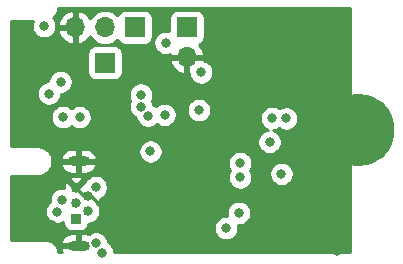
<source format=gbr>
G04 #@! TF.GenerationSoftware,KiCad,Pcbnew,5.1.4-3.fc30*
G04 #@! TF.CreationDate,2019-12-05T18:34:15-05:00*
G04 #@! TF.ProjectId,librem5-m2-breakout,6c696272-656d-4352-9d6d-322d62726561,v0.5.0*
G04 #@! TF.SameCoordinates,Original*
G04 #@! TF.FileFunction,Copper,L2,Inr*
G04 #@! TF.FilePolarity,Positive*
%FSLAX46Y46*%
G04 Gerber Fmt 4.6, Leading zero omitted, Abs format (unit mm)*
G04 Created by KiCad (PCBNEW 5.1.4-3.fc30) date 2019-12-05 18:34:15*
%MOMM*%
%LPD*%
G04 APERTURE LIST*
%ADD10R,1.700000X1.700000*%
%ADD11O,1.700000X1.700000*%
%ADD12C,6.150000*%
%ADD13R,0.840000X0.840000*%
%ADD14C,0.840000*%
%ADD15O,1.850000X0.850000*%
%ADD16C,0.800000*%
%ADD17C,0.250000*%
%ADD18C,0.254000*%
G04 APERTURE END LIST*
D10*
X130000000Y-86300000D03*
D11*
X127460000Y-86300000D03*
X124920000Y-86300000D03*
D10*
X127460000Y-89300000D03*
D12*
X148850000Y-95000000D03*
D11*
X134400000Y-88840000D03*
D10*
X134400000Y-86300000D03*
D13*
X125000000Y-102500000D03*
D14*
X126000000Y-101850000D03*
X125000000Y-101200000D03*
X126000000Y-100550000D03*
X125000000Y-99900000D03*
D15*
X125220000Y-104775000D03*
X125220000Y-97625000D03*
D16*
X122300000Y-86200000D03*
X138900000Y-99000000D03*
X131300000Y-96800000D03*
X127200000Y-105400000D03*
X137724990Y-103289853D03*
X144400000Y-91100000D03*
X147100000Y-105200000D03*
X139900000Y-104200000D03*
X142400000Y-101300000D03*
X125300000Y-92000000D03*
X130400000Y-104875000D03*
X143200000Y-89600000D03*
X123000000Y-103000016D03*
X122000000Y-93900000D03*
X131300000Y-102250000D03*
X138800000Y-102000000D03*
X123400000Y-101900000D03*
X138900000Y-97800000D03*
X123799996Y-100900000D03*
X135600000Y-90100000D03*
X142400000Y-98700000D03*
X141400000Y-96000000D03*
X132600000Y-87600000D03*
X135400000Y-93300000D03*
X126696500Y-104594400D03*
X126674979Y-99825000D03*
X131100000Y-93774980D03*
X132500000Y-93700000D03*
X123900000Y-93900016D03*
X125300000Y-93900000D03*
X123700000Y-90900000D03*
X122700004Y-91900000D03*
X141600000Y-93975000D03*
X142800000Y-94000000D03*
X130500008Y-93000000D03*
X130500000Y-91999998D03*
D17*
X125650000Y-100550000D02*
X125000000Y-99900000D01*
X126000000Y-100550000D02*
X125650000Y-100550000D01*
X127950000Y-102250000D02*
X131300000Y-102250000D01*
X126000000Y-100550000D02*
X126250000Y-100550000D01*
X126250000Y-100550000D02*
X127950000Y-102250000D01*
D18*
G36*
X148190000Y-105340000D02*
G01*
X128235000Y-105340000D01*
X128235000Y-105298061D01*
X128195226Y-105098102D01*
X128117205Y-104909744D01*
X128003937Y-104740226D01*
X127859774Y-104596063D01*
X127731500Y-104510353D01*
X127731500Y-104492461D01*
X127691726Y-104292502D01*
X127613705Y-104104144D01*
X127500437Y-103934626D01*
X127356274Y-103790463D01*
X127186756Y-103677195D01*
X126998398Y-103599174D01*
X126798439Y-103559400D01*
X126594561Y-103559400D01*
X126394602Y-103599174D01*
X126206244Y-103677195D01*
X126069909Y-103768291D01*
X126051355Y-103760144D01*
X125847000Y-103715000D01*
X125347000Y-103715000D01*
X125347000Y-104648000D01*
X125367000Y-104648000D01*
X125367000Y-104902000D01*
X125347000Y-104902000D01*
X125347000Y-104922000D01*
X125093000Y-104922000D01*
X125093000Y-104902000D01*
X123827743Y-104902000D01*
X123700460Y-105065062D01*
X123768084Y-105258308D01*
X123820214Y-105340000D01*
X123505057Y-105340000D01*
X123501311Y-105304360D01*
X123500450Y-105295617D01*
X123500362Y-105295325D01*
X123496173Y-105255473D01*
X123484140Y-105196854D01*
X123472936Y-105138116D01*
X123470272Y-105129294D01*
X123441416Y-105036075D01*
X123418238Y-104980937D01*
X123395825Y-104925463D01*
X123391498Y-104917327D01*
X123345085Y-104831489D01*
X123311645Y-104781913D01*
X123278881Y-104731844D01*
X123273057Y-104724703D01*
X123210855Y-104649514D01*
X123168406Y-104607361D01*
X123126561Y-104564629D01*
X123119460Y-104558755D01*
X123043839Y-104497079D01*
X123025566Y-104484938D01*
X123700460Y-104484938D01*
X123827743Y-104648000D01*
X125093000Y-104648000D01*
X125093000Y-103715000D01*
X124593000Y-103715000D01*
X124388645Y-103760144D01*
X124197023Y-103844288D01*
X124025499Y-103964199D01*
X123880664Y-104115269D01*
X123768084Y-104291692D01*
X123700460Y-104484938D01*
X123025566Y-104484938D01*
X122994034Y-104463988D01*
X122944650Y-104430174D01*
X122936544Y-104425792D01*
X122850383Y-104379980D01*
X122795091Y-104357191D01*
X122740102Y-104333622D01*
X122731299Y-104330897D01*
X122637881Y-104302692D01*
X122579174Y-104291067D01*
X122520684Y-104278635D01*
X122511530Y-104277673D01*
X122511524Y-104277672D01*
X122511519Y-104277672D01*
X122414402Y-104268150D01*
X122382419Y-104265000D01*
X119510000Y-104265000D01*
X119510000Y-101798061D01*
X122365000Y-101798061D01*
X122365000Y-102001939D01*
X122404774Y-102201898D01*
X122482795Y-102390256D01*
X122596063Y-102559774D01*
X122740226Y-102703937D01*
X122909744Y-102817205D01*
X123098102Y-102895226D01*
X123298061Y-102935000D01*
X123501939Y-102935000D01*
X123701898Y-102895226D01*
X123890256Y-102817205D01*
X123941928Y-102782679D01*
X123941928Y-102920000D01*
X123954188Y-103044482D01*
X123990498Y-103164180D01*
X124049463Y-103274494D01*
X124128815Y-103371185D01*
X124225506Y-103450537D01*
X124335820Y-103509502D01*
X124455518Y-103545812D01*
X124580000Y-103558072D01*
X125420000Y-103558072D01*
X125544482Y-103545812D01*
X125664180Y-103509502D01*
X125774494Y-103450537D01*
X125871185Y-103371185D01*
X125950537Y-103274494D01*
X125996815Y-103187914D01*
X136689990Y-103187914D01*
X136689990Y-103391792D01*
X136729764Y-103591751D01*
X136807785Y-103780109D01*
X136921053Y-103949627D01*
X137065216Y-104093790D01*
X137234734Y-104207058D01*
X137423092Y-104285079D01*
X137623051Y-104324853D01*
X137826929Y-104324853D01*
X138026888Y-104285079D01*
X138215246Y-104207058D01*
X138384764Y-104093790D01*
X138528927Y-103949627D01*
X138642195Y-103780109D01*
X138720216Y-103591751D01*
X138759990Y-103391792D01*
X138759990Y-103187914D01*
X138729574Y-103035000D01*
X138901939Y-103035000D01*
X139101898Y-102995226D01*
X139290256Y-102917205D01*
X139459774Y-102803937D01*
X139603937Y-102659774D01*
X139717205Y-102490256D01*
X139795226Y-102301898D01*
X139835000Y-102101939D01*
X139835000Y-101898061D01*
X139795226Y-101698102D01*
X139717205Y-101509744D01*
X139603937Y-101340226D01*
X139459774Y-101196063D01*
X139290256Y-101082795D01*
X139101898Y-101004774D01*
X138901939Y-100965000D01*
X138698061Y-100965000D01*
X138498102Y-101004774D01*
X138309744Y-101082795D01*
X138140226Y-101196063D01*
X137996063Y-101340226D01*
X137882795Y-101509744D01*
X137804774Y-101698102D01*
X137765000Y-101898061D01*
X137765000Y-102101939D01*
X137795416Y-102254853D01*
X137623051Y-102254853D01*
X137423092Y-102294627D01*
X137234734Y-102372648D01*
X137065216Y-102485916D01*
X136921053Y-102630079D01*
X136807785Y-102799597D01*
X136729764Y-102987955D01*
X136689990Y-103187914D01*
X125996815Y-103187914D01*
X126009502Y-103164180D01*
X126045812Y-103044482D01*
X126058072Y-102920000D01*
X126058072Y-102905000D01*
X126103908Y-102905000D01*
X126307732Y-102864457D01*
X126499730Y-102784929D01*
X126672523Y-102669472D01*
X126819472Y-102522523D01*
X126934929Y-102349730D01*
X127014457Y-102157732D01*
X127055000Y-101953908D01*
X127055000Y-101746092D01*
X127014457Y-101542268D01*
X126934929Y-101350270D01*
X126819472Y-101177477D01*
X126731828Y-101089833D01*
X126926115Y-101065881D01*
X127008963Y-100875292D01*
X127025263Y-100800184D01*
X127165235Y-100742205D01*
X127334753Y-100628937D01*
X127478916Y-100484774D01*
X127592184Y-100315256D01*
X127670205Y-100126898D01*
X127709979Y-99926939D01*
X127709979Y-99723061D01*
X127670205Y-99523102D01*
X127592184Y-99334744D01*
X127478916Y-99165226D01*
X127334753Y-99021063D01*
X127165235Y-98907795D01*
X126976877Y-98829774D01*
X126776918Y-98790000D01*
X126573040Y-98790000D01*
X126373081Y-98829774D01*
X126184723Y-98907795D01*
X126015205Y-99021063D01*
X125871042Y-99165226D01*
X125757774Y-99334744D01*
X125746494Y-99361975D01*
X125720798Y-99358807D01*
X125179605Y-99900000D01*
X125193748Y-99914143D01*
X125014143Y-100093748D01*
X125000000Y-100079605D01*
X124985858Y-100093748D01*
X124806253Y-99914143D01*
X124820395Y-99900000D01*
X124279202Y-99358807D01*
X124073885Y-99384119D01*
X123991037Y-99574708D01*
X123946962Y-99777796D01*
X123945298Y-99873625D01*
X123901935Y-99865000D01*
X123698057Y-99865000D01*
X123498098Y-99904774D01*
X123309740Y-99982795D01*
X123140222Y-100096063D01*
X122996059Y-100240226D01*
X122882791Y-100409744D01*
X122804770Y-100598102D01*
X122764996Y-100798061D01*
X122764996Y-101001939D01*
X122778616Y-101070412D01*
X122740226Y-101096063D01*
X122596063Y-101240226D01*
X122482795Y-101409744D01*
X122404774Y-101598102D01*
X122365000Y-101798061D01*
X119510000Y-101798061D01*
X119510000Y-99179202D01*
X124458807Y-99179202D01*
X125000000Y-99720395D01*
X125541193Y-99179202D01*
X125515881Y-98973885D01*
X125325292Y-98891037D01*
X125122204Y-98846962D01*
X124914418Y-98843355D01*
X124709921Y-98880354D01*
X124516572Y-98956538D01*
X124484119Y-98973885D01*
X124458807Y-99179202D01*
X119510000Y-99179202D01*
X119510000Y-98885000D01*
X121782419Y-98885000D01*
X121814991Y-98881792D01*
X121822782Y-98881792D01*
X121831947Y-98880829D01*
X121948317Y-98867776D01*
X122006834Y-98855337D01*
X122065512Y-98843719D01*
X122074315Y-98840994D01*
X122185933Y-98805586D01*
X122240904Y-98782024D01*
X122296216Y-98759227D01*
X122304322Y-98754844D01*
X122406937Y-98698431D01*
X122456298Y-98664632D01*
X122506118Y-98631533D01*
X122513218Y-98625659D01*
X122602922Y-98550389D01*
X122644767Y-98507659D01*
X122687223Y-98465498D01*
X122693047Y-98458357D01*
X122766422Y-98367097D01*
X122799178Y-98317041D01*
X122832629Y-98267447D01*
X122836955Y-98259310D01*
X122891206Y-98155536D01*
X122913608Y-98100087D01*
X122936794Y-98044931D01*
X122939457Y-98036109D01*
X122972519Y-97923775D01*
X122974181Y-97915062D01*
X123700460Y-97915062D01*
X123768084Y-98108308D01*
X123880664Y-98284731D01*
X124025499Y-98435801D01*
X124197023Y-98555712D01*
X124388645Y-98639856D01*
X124593000Y-98685000D01*
X125093000Y-98685000D01*
X125093000Y-97752000D01*
X125347000Y-97752000D01*
X125347000Y-98685000D01*
X125847000Y-98685000D01*
X126051355Y-98639856D01*
X126242977Y-98555712D01*
X126414501Y-98435801D01*
X126559336Y-98284731D01*
X126671916Y-98108308D01*
X126739540Y-97915062D01*
X126612257Y-97752000D01*
X125347000Y-97752000D01*
X125093000Y-97752000D01*
X123827743Y-97752000D01*
X123700460Y-97915062D01*
X122974181Y-97915062D01*
X122983724Y-97865034D01*
X122995757Y-97806417D01*
X122996656Y-97797246D01*
X123007269Y-97680628D01*
X123006851Y-97620811D01*
X123007269Y-97560994D01*
X123006370Y-97551823D01*
X122994130Y-97435365D01*
X122982098Y-97376753D01*
X122974123Y-97334938D01*
X123700460Y-97334938D01*
X123827743Y-97498000D01*
X125093000Y-97498000D01*
X125093000Y-96565000D01*
X125347000Y-96565000D01*
X125347000Y-97498000D01*
X126612257Y-97498000D01*
X126739540Y-97334938D01*
X126671916Y-97141692D01*
X126559336Y-96965269D01*
X126414501Y-96814199D01*
X126248375Y-96698061D01*
X130265000Y-96698061D01*
X130265000Y-96901939D01*
X130304774Y-97101898D01*
X130382795Y-97290256D01*
X130496063Y-97459774D01*
X130640226Y-97603937D01*
X130809744Y-97717205D01*
X130998102Y-97795226D01*
X131198061Y-97835000D01*
X131401939Y-97835000D01*
X131601898Y-97795226D01*
X131790256Y-97717205D01*
X131818907Y-97698061D01*
X137865000Y-97698061D01*
X137865000Y-97901939D01*
X137904774Y-98101898D01*
X137982795Y-98290256D01*
X138056123Y-98400000D01*
X137982795Y-98509744D01*
X137904774Y-98698102D01*
X137865000Y-98898061D01*
X137865000Y-99101939D01*
X137904774Y-99301898D01*
X137982795Y-99490256D01*
X138096063Y-99659774D01*
X138240226Y-99803937D01*
X138409744Y-99917205D01*
X138598102Y-99995226D01*
X138798061Y-100035000D01*
X139001939Y-100035000D01*
X139201898Y-99995226D01*
X139390256Y-99917205D01*
X139559774Y-99803937D01*
X139703937Y-99659774D01*
X139817205Y-99490256D01*
X139895226Y-99301898D01*
X139935000Y-99101939D01*
X139935000Y-98898061D01*
X139895226Y-98698102D01*
X139853788Y-98598061D01*
X141365000Y-98598061D01*
X141365000Y-98801939D01*
X141404774Y-99001898D01*
X141482795Y-99190256D01*
X141596063Y-99359774D01*
X141740226Y-99503937D01*
X141909744Y-99617205D01*
X142098102Y-99695226D01*
X142298061Y-99735000D01*
X142501939Y-99735000D01*
X142701898Y-99695226D01*
X142890256Y-99617205D01*
X143059774Y-99503937D01*
X143203937Y-99359774D01*
X143317205Y-99190256D01*
X143395226Y-99001898D01*
X143435000Y-98801939D01*
X143435000Y-98598061D01*
X143395226Y-98398102D01*
X143317205Y-98209744D01*
X143203937Y-98040226D01*
X143059774Y-97896063D01*
X142890256Y-97782795D01*
X142701898Y-97704774D01*
X142501939Y-97665000D01*
X142298061Y-97665000D01*
X142098102Y-97704774D01*
X141909744Y-97782795D01*
X141740226Y-97896063D01*
X141596063Y-98040226D01*
X141482795Y-98209744D01*
X141404774Y-98398102D01*
X141365000Y-98598061D01*
X139853788Y-98598061D01*
X139817205Y-98509744D01*
X139743877Y-98400000D01*
X139817205Y-98290256D01*
X139895226Y-98101898D01*
X139935000Y-97901939D01*
X139935000Y-97698061D01*
X139895226Y-97498102D01*
X139817205Y-97309744D01*
X139703937Y-97140226D01*
X139559774Y-96996063D01*
X139390256Y-96882795D01*
X139201898Y-96804774D01*
X139001939Y-96765000D01*
X138798061Y-96765000D01*
X138598102Y-96804774D01*
X138409744Y-96882795D01*
X138240226Y-96996063D01*
X138096063Y-97140226D01*
X137982795Y-97309744D01*
X137904774Y-97498102D01*
X137865000Y-97698061D01*
X131818907Y-97698061D01*
X131959774Y-97603937D01*
X132103937Y-97459774D01*
X132217205Y-97290256D01*
X132295226Y-97101898D01*
X132335000Y-96901939D01*
X132335000Y-96698061D01*
X132295226Y-96498102D01*
X132217205Y-96309744D01*
X132103937Y-96140226D01*
X131959774Y-95996063D01*
X131813104Y-95898061D01*
X140365000Y-95898061D01*
X140365000Y-96101939D01*
X140404774Y-96301898D01*
X140482795Y-96490256D01*
X140596063Y-96659774D01*
X140740226Y-96803937D01*
X140909744Y-96917205D01*
X141098102Y-96995226D01*
X141298061Y-97035000D01*
X141501939Y-97035000D01*
X141701898Y-96995226D01*
X141890256Y-96917205D01*
X142059774Y-96803937D01*
X142203937Y-96659774D01*
X142317205Y-96490256D01*
X142395226Y-96301898D01*
X142435000Y-96101939D01*
X142435000Y-95898061D01*
X142395226Y-95698102D01*
X142317205Y-95509744D01*
X142203937Y-95340226D01*
X142059774Y-95196063D01*
X141890256Y-95082795D01*
X141710435Y-95008310D01*
X141901898Y-94970226D01*
X142090256Y-94892205D01*
X142181292Y-94831377D01*
X142309744Y-94917205D01*
X142498102Y-94995226D01*
X142698061Y-95035000D01*
X142901939Y-95035000D01*
X143101898Y-94995226D01*
X143290256Y-94917205D01*
X143459774Y-94803937D01*
X143603937Y-94659774D01*
X143717205Y-94490256D01*
X143795226Y-94301898D01*
X143835000Y-94101939D01*
X143835000Y-93898061D01*
X143795226Y-93698102D01*
X143717205Y-93509744D01*
X143603937Y-93340226D01*
X143459774Y-93196063D01*
X143290256Y-93082795D01*
X143101898Y-93004774D01*
X142901939Y-92965000D01*
X142698061Y-92965000D01*
X142498102Y-93004774D01*
X142309744Y-93082795D01*
X142218708Y-93143623D01*
X142090256Y-93057795D01*
X141901898Y-92979774D01*
X141701939Y-92940000D01*
X141498061Y-92940000D01*
X141298102Y-92979774D01*
X141109744Y-93057795D01*
X140940226Y-93171063D01*
X140796063Y-93315226D01*
X140682795Y-93484744D01*
X140604774Y-93673102D01*
X140565000Y-93873061D01*
X140565000Y-94076939D01*
X140604774Y-94276898D01*
X140682795Y-94465256D01*
X140796063Y-94634774D01*
X140940226Y-94778937D01*
X141109744Y-94892205D01*
X141289565Y-94966690D01*
X141098102Y-95004774D01*
X140909744Y-95082795D01*
X140740226Y-95196063D01*
X140596063Y-95340226D01*
X140482795Y-95509744D01*
X140404774Y-95698102D01*
X140365000Y-95898061D01*
X131813104Y-95898061D01*
X131790256Y-95882795D01*
X131601898Y-95804774D01*
X131401939Y-95765000D01*
X131198061Y-95765000D01*
X130998102Y-95804774D01*
X130809744Y-95882795D01*
X130640226Y-95996063D01*
X130496063Y-96140226D01*
X130382795Y-96309744D01*
X130304774Y-96498102D01*
X130265000Y-96698061D01*
X126248375Y-96698061D01*
X126242977Y-96694288D01*
X126051355Y-96610144D01*
X125847000Y-96565000D01*
X125347000Y-96565000D01*
X125093000Y-96565000D01*
X124593000Y-96565000D01*
X124388645Y-96610144D01*
X124197023Y-96694288D01*
X124025499Y-96814199D01*
X123880664Y-96965269D01*
X123768084Y-97141692D01*
X123700460Y-97334938D01*
X122974123Y-97334938D01*
X122970893Y-97318008D01*
X122968229Y-97309186D01*
X122933602Y-97197324D01*
X122910416Y-97142168D01*
X122888014Y-97086719D01*
X122883688Y-97078582D01*
X122827993Y-96975575D01*
X122794557Y-96926005D01*
X122761785Y-96875923D01*
X122755960Y-96868782D01*
X122681318Y-96778556D01*
X122638884Y-96736418D01*
X122597022Y-96693669D01*
X122589921Y-96687796D01*
X122589918Y-96687793D01*
X122589914Y-96687791D01*
X122499176Y-96613785D01*
X122449376Y-96580698D01*
X122399993Y-96546884D01*
X122391891Y-96542505D01*
X122391887Y-96542502D01*
X122391883Y-96542500D01*
X122288493Y-96487527D01*
X122233234Y-96464751D01*
X122178205Y-96441165D01*
X122169402Y-96438441D01*
X122057301Y-96404596D01*
X121998628Y-96392979D01*
X121940111Y-96380540D01*
X121930946Y-96379577D01*
X121814405Y-96368150D01*
X121814402Y-96368150D01*
X121782419Y-96365000D01*
X119510000Y-96365000D01*
X119510000Y-93798077D01*
X122865000Y-93798077D01*
X122865000Y-94001955D01*
X122904774Y-94201914D01*
X122982795Y-94390272D01*
X123096063Y-94559790D01*
X123240226Y-94703953D01*
X123409744Y-94817221D01*
X123598102Y-94895242D01*
X123798061Y-94935016D01*
X124001939Y-94935016D01*
X124201898Y-94895242D01*
X124390256Y-94817221D01*
X124559774Y-94703953D01*
X124600008Y-94663719D01*
X124640226Y-94703937D01*
X124809744Y-94817205D01*
X124998102Y-94895226D01*
X125198061Y-94935000D01*
X125401939Y-94935000D01*
X125601898Y-94895226D01*
X125790256Y-94817205D01*
X125959774Y-94703937D01*
X126103937Y-94559774D01*
X126217205Y-94390256D01*
X126295226Y-94201898D01*
X126335000Y-94001939D01*
X126335000Y-93798061D01*
X126295226Y-93598102D01*
X126217205Y-93409744D01*
X126103937Y-93240226D01*
X125959774Y-93096063D01*
X125790256Y-92982795D01*
X125601898Y-92904774D01*
X125401939Y-92865000D01*
X125198061Y-92865000D01*
X124998102Y-92904774D01*
X124809744Y-92982795D01*
X124640226Y-93096063D01*
X124599992Y-93136297D01*
X124559774Y-93096079D01*
X124390256Y-92982811D01*
X124201898Y-92904790D01*
X124001939Y-92865016D01*
X123798061Y-92865016D01*
X123598102Y-92904790D01*
X123409744Y-92982811D01*
X123240226Y-93096079D01*
X123096063Y-93240242D01*
X122982795Y-93409760D01*
X122904774Y-93598118D01*
X122865000Y-93798077D01*
X119510000Y-93798077D01*
X119510000Y-91798061D01*
X121665004Y-91798061D01*
X121665004Y-92001939D01*
X121704778Y-92201898D01*
X121782799Y-92390256D01*
X121896067Y-92559774D01*
X122040230Y-92703937D01*
X122209748Y-92817205D01*
X122398106Y-92895226D01*
X122598065Y-92935000D01*
X122801943Y-92935000D01*
X123001902Y-92895226D01*
X123190260Y-92817205D01*
X123359778Y-92703937D01*
X123503941Y-92559774D01*
X123617209Y-92390256D01*
X123695230Y-92201898D01*
X123735004Y-92001939D01*
X123735004Y-91935000D01*
X123801939Y-91935000D01*
X123987655Y-91898059D01*
X129465000Y-91898059D01*
X129465000Y-92101937D01*
X129504774Y-92301896D01*
X129582795Y-92490254D01*
X129589310Y-92500005D01*
X129582803Y-92509744D01*
X129504782Y-92698102D01*
X129465008Y-92898061D01*
X129465008Y-93101939D01*
X129504782Y-93301898D01*
X129582803Y-93490256D01*
X129696071Y-93659774D01*
X129840234Y-93803937D01*
X130009752Y-93917205D01*
X130078694Y-93945762D01*
X130104774Y-94076878D01*
X130182795Y-94265236D01*
X130296063Y-94434754D01*
X130440226Y-94578917D01*
X130609744Y-94692185D01*
X130798102Y-94770206D01*
X130998061Y-94809980D01*
X131201939Y-94809980D01*
X131401898Y-94770206D01*
X131590256Y-94692185D01*
X131759774Y-94578917D01*
X131837490Y-94501201D01*
X131840226Y-94503937D01*
X132009744Y-94617205D01*
X132198102Y-94695226D01*
X132398061Y-94735000D01*
X132601939Y-94735000D01*
X132801898Y-94695226D01*
X132990256Y-94617205D01*
X133159774Y-94503937D01*
X133303937Y-94359774D01*
X133417205Y-94190256D01*
X133495226Y-94001898D01*
X133535000Y-93801939D01*
X133535000Y-93598061D01*
X133495226Y-93398102D01*
X133417205Y-93209744D01*
X133409399Y-93198061D01*
X134365000Y-93198061D01*
X134365000Y-93401939D01*
X134404774Y-93601898D01*
X134482795Y-93790256D01*
X134596063Y-93959774D01*
X134740226Y-94103937D01*
X134909744Y-94217205D01*
X135098102Y-94295226D01*
X135298061Y-94335000D01*
X135501939Y-94335000D01*
X135701898Y-94295226D01*
X135890256Y-94217205D01*
X136059774Y-94103937D01*
X136203937Y-93959774D01*
X136317205Y-93790256D01*
X136395226Y-93601898D01*
X136435000Y-93401939D01*
X136435000Y-93198061D01*
X136395226Y-92998102D01*
X136317205Y-92809744D01*
X136203937Y-92640226D01*
X136059774Y-92496063D01*
X135890256Y-92382795D01*
X135701898Y-92304774D01*
X135501939Y-92265000D01*
X135298061Y-92265000D01*
X135098102Y-92304774D01*
X134909744Y-92382795D01*
X134740226Y-92496063D01*
X134596063Y-92640226D01*
X134482795Y-92809744D01*
X134404774Y-92998102D01*
X134365000Y-93198061D01*
X133409399Y-93198061D01*
X133303937Y-93040226D01*
X133159774Y-92896063D01*
X132990256Y-92782795D01*
X132801898Y-92704774D01*
X132601939Y-92665000D01*
X132398061Y-92665000D01*
X132198102Y-92704774D01*
X132009744Y-92782795D01*
X131840226Y-92896063D01*
X131762510Y-92973779D01*
X131759774Y-92971043D01*
X131590256Y-92857775D01*
X131521314Y-92829218D01*
X131495234Y-92698102D01*
X131417213Y-92509744D01*
X131410698Y-92499993D01*
X131417205Y-92490254D01*
X131495226Y-92301896D01*
X131535000Y-92101937D01*
X131535000Y-91898059D01*
X131495226Y-91698100D01*
X131417205Y-91509742D01*
X131303937Y-91340224D01*
X131159774Y-91196061D01*
X130990256Y-91082793D01*
X130801898Y-91004772D01*
X130601939Y-90964998D01*
X130398061Y-90964998D01*
X130198102Y-91004772D01*
X130009744Y-91082793D01*
X129840226Y-91196061D01*
X129696063Y-91340224D01*
X129582795Y-91509742D01*
X129504774Y-91698100D01*
X129465000Y-91898059D01*
X123987655Y-91898059D01*
X124001898Y-91895226D01*
X124190256Y-91817205D01*
X124359774Y-91703937D01*
X124503937Y-91559774D01*
X124617205Y-91390256D01*
X124695226Y-91201898D01*
X124735000Y-91001939D01*
X124735000Y-90798061D01*
X124695226Y-90598102D01*
X124617205Y-90409744D01*
X124503937Y-90240226D01*
X124359774Y-90096063D01*
X124190256Y-89982795D01*
X124001898Y-89904774D01*
X123801939Y-89865000D01*
X123598061Y-89865000D01*
X123398102Y-89904774D01*
X123209744Y-89982795D01*
X123040226Y-90096063D01*
X122896063Y-90240226D01*
X122782795Y-90409744D01*
X122704774Y-90598102D01*
X122665000Y-90798061D01*
X122665000Y-90865000D01*
X122598065Y-90865000D01*
X122398106Y-90904774D01*
X122209748Y-90982795D01*
X122040230Y-91096063D01*
X121896067Y-91240226D01*
X121782799Y-91409744D01*
X121704778Y-91598102D01*
X121665004Y-91798061D01*
X119510000Y-91798061D01*
X119510000Y-88450000D01*
X125971928Y-88450000D01*
X125971928Y-90150000D01*
X125984188Y-90274482D01*
X126020498Y-90394180D01*
X126079463Y-90504494D01*
X126158815Y-90601185D01*
X126255506Y-90680537D01*
X126365820Y-90739502D01*
X126485518Y-90775812D01*
X126610000Y-90788072D01*
X128310000Y-90788072D01*
X128434482Y-90775812D01*
X128554180Y-90739502D01*
X128664494Y-90680537D01*
X128761185Y-90601185D01*
X128840537Y-90504494D01*
X128899502Y-90394180D01*
X128935812Y-90274482D01*
X128948072Y-90150000D01*
X128948072Y-89196890D01*
X132958524Y-89196890D01*
X133003175Y-89344099D01*
X133128359Y-89606920D01*
X133302412Y-89840269D01*
X133518645Y-90035178D01*
X133768748Y-90184157D01*
X134043109Y-90281481D01*
X134273000Y-90160814D01*
X134273000Y-88967000D01*
X134527000Y-88967000D01*
X134527000Y-90160814D01*
X134565000Y-90180760D01*
X134565000Y-90201939D01*
X134604774Y-90401898D01*
X134682795Y-90590256D01*
X134796063Y-90759774D01*
X134940226Y-90903937D01*
X135109744Y-91017205D01*
X135298102Y-91095226D01*
X135498061Y-91135000D01*
X135701939Y-91135000D01*
X135901898Y-91095226D01*
X136090256Y-91017205D01*
X136259774Y-90903937D01*
X136403937Y-90759774D01*
X136517205Y-90590256D01*
X136595226Y-90401898D01*
X136635000Y-90201939D01*
X136635000Y-89998061D01*
X136595226Y-89798102D01*
X136517205Y-89609744D01*
X136403937Y-89440226D01*
X136259774Y-89296063D01*
X136090256Y-89182795D01*
X135901898Y-89104774D01*
X135780075Y-89080542D01*
X135720155Y-88967000D01*
X134527000Y-88967000D01*
X134273000Y-88967000D01*
X133079845Y-88967000D01*
X132958524Y-89196890D01*
X128948072Y-89196890D01*
X128948072Y-88450000D01*
X128935812Y-88325518D01*
X128899502Y-88205820D01*
X128840537Y-88095506D01*
X128761185Y-87998815D01*
X128664494Y-87919463D01*
X128554180Y-87860498D01*
X128434482Y-87824188D01*
X128310000Y-87811928D01*
X126610000Y-87811928D01*
X126485518Y-87824188D01*
X126365820Y-87860498D01*
X126255506Y-87919463D01*
X126158815Y-87998815D01*
X126079463Y-88095506D01*
X126020498Y-88205820D01*
X125984188Y-88325518D01*
X125971928Y-88450000D01*
X119510000Y-88450000D01*
X119510000Y-85735000D01*
X121372334Y-85735000D01*
X121304774Y-85898102D01*
X121265000Y-86098061D01*
X121265000Y-86301939D01*
X121304774Y-86501898D01*
X121382795Y-86690256D01*
X121496063Y-86859774D01*
X121640226Y-87003937D01*
X121809744Y-87117205D01*
X121998102Y-87195226D01*
X122198061Y-87235000D01*
X122401939Y-87235000D01*
X122601898Y-87195226D01*
X122790256Y-87117205D01*
X122959774Y-87003937D01*
X123103937Y-86859774D01*
X123217205Y-86690256D01*
X123231025Y-86656891D01*
X123478519Y-86656891D01*
X123575843Y-86931252D01*
X123724822Y-87181355D01*
X123919731Y-87397588D01*
X124153080Y-87571641D01*
X124415901Y-87696825D01*
X124563110Y-87741476D01*
X124793000Y-87620155D01*
X124793000Y-86427000D01*
X123599186Y-86427000D01*
X123478519Y-86656891D01*
X123231025Y-86656891D01*
X123295226Y-86501898D01*
X123335000Y-86301939D01*
X123335000Y-86098061D01*
X123304179Y-85943109D01*
X123478519Y-85943109D01*
X123599186Y-86173000D01*
X124793000Y-86173000D01*
X124793000Y-84979845D01*
X125047000Y-84979845D01*
X125047000Y-86173000D01*
X125067000Y-86173000D01*
X125067000Y-86427000D01*
X125047000Y-86427000D01*
X125047000Y-87620155D01*
X125276890Y-87741476D01*
X125424099Y-87696825D01*
X125686920Y-87571641D01*
X125920269Y-87397588D01*
X126115178Y-87181355D01*
X126184799Y-87064477D01*
X126219294Y-87129014D01*
X126404866Y-87355134D01*
X126630986Y-87540706D01*
X126888966Y-87678599D01*
X127168889Y-87763513D01*
X127387050Y-87785000D01*
X127532950Y-87785000D01*
X127751111Y-87763513D01*
X128031034Y-87678599D01*
X128289014Y-87540706D01*
X128515134Y-87355134D01*
X128539607Y-87325313D01*
X128560498Y-87394180D01*
X128619463Y-87504494D01*
X128698815Y-87601185D01*
X128795506Y-87680537D01*
X128905820Y-87739502D01*
X129025518Y-87775812D01*
X129150000Y-87788072D01*
X130850000Y-87788072D01*
X130974482Y-87775812D01*
X131094180Y-87739502D01*
X131204494Y-87680537D01*
X131301185Y-87601185D01*
X131380537Y-87504494D01*
X131383975Y-87498061D01*
X131565000Y-87498061D01*
X131565000Y-87701939D01*
X131604774Y-87901898D01*
X131682795Y-88090256D01*
X131796063Y-88259774D01*
X131940226Y-88403937D01*
X132109744Y-88517205D01*
X132298102Y-88595226D01*
X132498061Y-88635000D01*
X132701939Y-88635000D01*
X132901898Y-88595226D01*
X132996920Y-88555866D01*
X133079845Y-88713000D01*
X134273000Y-88713000D01*
X134273000Y-88693000D01*
X134527000Y-88693000D01*
X134527000Y-88713000D01*
X135720155Y-88713000D01*
X135841476Y-88483110D01*
X135796825Y-88335901D01*
X135671641Y-88073080D01*
X135497588Y-87839731D01*
X135413534Y-87763966D01*
X135494180Y-87739502D01*
X135604494Y-87680537D01*
X135701185Y-87601185D01*
X135780537Y-87504494D01*
X135839502Y-87394180D01*
X135875812Y-87274482D01*
X135888072Y-87150000D01*
X135888072Y-85450000D01*
X135875812Y-85325518D01*
X135839502Y-85205820D01*
X135780537Y-85095506D01*
X135701185Y-84998815D01*
X135604494Y-84919463D01*
X135494180Y-84860498D01*
X135374482Y-84824188D01*
X135250000Y-84811928D01*
X133550000Y-84811928D01*
X133425518Y-84824188D01*
X133305820Y-84860498D01*
X133195506Y-84919463D01*
X133098815Y-84998815D01*
X133019463Y-85095506D01*
X132960498Y-85205820D01*
X132924188Y-85325518D01*
X132911928Y-85450000D01*
X132911928Y-86608929D01*
X132901898Y-86604774D01*
X132701939Y-86565000D01*
X132498061Y-86565000D01*
X132298102Y-86604774D01*
X132109744Y-86682795D01*
X131940226Y-86796063D01*
X131796063Y-86940226D01*
X131682795Y-87109744D01*
X131604774Y-87298102D01*
X131565000Y-87498061D01*
X131383975Y-87498061D01*
X131439502Y-87394180D01*
X131475812Y-87274482D01*
X131488072Y-87150000D01*
X131488072Y-85450000D01*
X131475812Y-85325518D01*
X131439502Y-85205820D01*
X131380537Y-85095506D01*
X131301185Y-84998815D01*
X131204494Y-84919463D01*
X131094180Y-84860498D01*
X130974482Y-84824188D01*
X130850000Y-84811928D01*
X129150000Y-84811928D01*
X129025518Y-84824188D01*
X128905820Y-84860498D01*
X128795506Y-84919463D01*
X128698815Y-84998815D01*
X128619463Y-85095506D01*
X128560498Y-85205820D01*
X128539607Y-85274687D01*
X128515134Y-85244866D01*
X128289014Y-85059294D01*
X128031034Y-84921401D01*
X127751111Y-84836487D01*
X127532950Y-84815000D01*
X127387050Y-84815000D01*
X127168889Y-84836487D01*
X126888966Y-84921401D01*
X126630986Y-85059294D01*
X126404866Y-85244866D01*
X126219294Y-85470986D01*
X126184799Y-85535523D01*
X126115178Y-85418645D01*
X125920269Y-85202412D01*
X125686920Y-85028359D01*
X125424099Y-84903175D01*
X125276890Y-84858524D01*
X125047000Y-84979845D01*
X124793000Y-84979845D01*
X124563110Y-84858524D01*
X124415901Y-84903175D01*
X124153080Y-85028359D01*
X123919731Y-85202412D01*
X123724822Y-85418645D01*
X123575843Y-85668748D01*
X123478519Y-85943109D01*
X123304179Y-85943109D01*
X123295226Y-85898102D01*
X123217205Y-85709744D01*
X123103937Y-85540226D01*
X123056575Y-85492864D01*
X123125486Y-85435855D01*
X123167639Y-85393406D01*
X123210371Y-85351561D01*
X123216245Y-85344460D01*
X123277921Y-85268840D01*
X123311052Y-85218975D01*
X123344825Y-85169650D01*
X123349208Y-85161544D01*
X123395020Y-85075383D01*
X123417809Y-85020091D01*
X123441378Y-84965102D01*
X123444103Y-84956299D01*
X123472308Y-84862881D01*
X123483933Y-84804174D01*
X123496365Y-84745684D01*
X123497327Y-84736530D01*
X123497328Y-84736524D01*
X123497328Y-84736519D01*
X123504830Y-84660000D01*
X148190001Y-84660000D01*
X148190000Y-105340000D01*
X148190000Y-105340000D01*
G37*
X148190000Y-105340000D02*
X128235000Y-105340000D01*
X128235000Y-105298061D01*
X128195226Y-105098102D01*
X128117205Y-104909744D01*
X128003937Y-104740226D01*
X127859774Y-104596063D01*
X127731500Y-104510353D01*
X127731500Y-104492461D01*
X127691726Y-104292502D01*
X127613705Y-104104144D01*
X127500437Y-103934626D01*
X127356274Y-103790463D01*
X127186756Y-103677195D01*
X126998398Y-103599174D01*
X126798439Y-103559400D01*
X126594561Y-103559400D01*
X126394602Y-103599174D01*
X126206244Y-103677195D01*
X126069909Y-103768291D01*
X126051355Y-103760144D01*
X125847000Y-103715000D01*
X125347000Y-103715000D01*
X125347000Y-104648000D01*
X125367000Y-104648000D01*
X125367000Y-104902000D01*
X125347000Y-104902000D01*
X125347000Y-104922000D01*
X125093000Y-104922000D01*
X125093000Y-104902000D01*
X123827743Y-104902000D01*
X123700460Y-105065062D01*
X123768084Y-105258308D01*
X123820214Y-105340000D01*
X123505057Y-105340000D01*
X123501311Y-105304360D01*
X123500450Y-105295617D01*
X123500362Y-105295325D01*
X123496173Y-105255473D01*
X123484140Y-105196854D01*
X123472936Y-105138116D01*
X123470272Y-105129294D01*
X123441416Y-105036075D01*
X123418238Y-104980937D01*
X123395825Y-104925463D01*
X123391498Y-104917327D01*
X123345085Y-104831489D01*
X123311645Y-104781913D01*
X123278881Y-104731844D01*
X123273057Y-104724703D01*
X123210855Y-104649514D01*
X123168406Y-104607361D01*
X123126561Y-104564629D01*
X123119460Y-104558755D01*
X123043839Y-104497079D01*
X123025566Y-104484938D01*
X123700460Y-104484938D01*
X123827743Y-104648000D01*
X125093000Y-104648000D01*
X125093000Y-103715000D01*
X124593000Y-103715000D01*
X124388645Y-103760144D01*
X124197023Y-103844288D01*
X124025499Y-103964199D01*
X123880664Y-104115269D01*
X123768084Y-104291692D01*
X123700460Y-104484938D01*
X123025566Y-104484938D01*
X122994034Y-104463988D01*
X122944650Y-104430174D01*
X122936544Y-104425792D01*
X122850383Y-104379980D01*
X122795091Y-104357191D01*
X122740102Y-104333622D01*
X122731299Y-104330897D01*
X122637881Y-104302692D01*
X122579174Y-104291067D01*
X122520684Y-104278635D01*
X122511530Y-104277673D01*
X122511524Y-104277672D01*
X122511519Y-104277672D01*
X122414402Y-104268150D01*
X122382419Y-104265000D01*
X119510000Y-104265000D01*
X119510000Y-101798061D01*
X122365000Y-101798061D01*
X122365000Y-102001939D01*
X122404774Y-102201898D01*
X122482795Y-102390256D01*
X122596063Y-102559774D01*
X122740226Y-102703937D01*
X122909744Y-102817205D01*
X123098102Y-102895226D01*
X123298061Y-102935000D01*
X123501939Y-102935000D01*
X123701898Y-102895226D01*
X123890256Y-102817205D01*
X123941928Y-102782679D01*
X123941928Y-102920000D01*
X123954188Y-103044482D01*
X123990498Y-103164180D01*
X124049463Y-103274494D01*
X124128815Y-103371185D01*
X124225506Y-103450537D01*
X124335820Y-103509502D01*
X124455518Y-103545812D01*
X124580000Y-103558072D01*
X125420000Y-103558072D01*
X125544482Y-103545812D01*
X125664180Y-103509502D01*
X125774494Y-103450537D01*
X125871185Y-103371185D01*
X125950537Y-103274494D01*
X125996815Y-103187914D01*
X136689990Y-103187914D01*
X136689990Y-103391792D01*
X136729764Y-103591751D01*
X136807785Y-103780109D01*
X136921053Y-103949627D01*
X137065216Y-104093790D01*
X137234734Y-104207058D01*
X137423092Y-104285079D01*
X137623051Y-104324853D01*
X137826929Y-104324853D01*
X138026888Y-104285079D01*
X138215246Y-104207058D01*
X138384764Y-104093790D01*
X138528927Y-103949627D01*
X138642195Y-103780109D01*
X138720216Y-103591751D01*
X138759990Y-103391792D01*
X138759990Y-103187914D01*
X138729574Y-103035000D01*
X138901939Y-103035000D01*
X139101898Y-102995226D01*
X139290256Y-102917205D01*
X139459774Y-102803937D01*
X139603937Y-102659774D01*
X139717205Y-102490256D01*
X139795226Y-102301898D01*
X139835000Y-102101939D01*
X139835000Y-101898061D01*
X139795226Y-101698102D01*
X139717205Y-101509744D01*
X139603937Y-101340226D01*
X139459774Y-101196063D01*
X139290256Y-101082795D01*
X139101898Y-101004774D01*
X138901939Y-100965000D01*
X138698061Y-100965000D01*
X138498102Y-101004774D01*
X138309744Y-101082795D01*
X138140226Y-101196063D01*
X137996063Y-101340226D01*
X137882795Y-101509744D01*
X137804774Y-101698102D01*
X137765000Y-101898061D01*
X137765000Y-102101939D01*
X137795416Y-102254853D01*
X137623051Y-102254853D01*
X137423092Y-102294627D01*
X137234734Y-102372648D01*
X137065216Y-102485916D01*
X136921053Y-102630079D01*
X136807785Y-102799597D01*
X136729764Y-102987955D01*
X136689990Y-103187914D01*
X125996815Y-103187914D01*
X126009502Y-103164180D01*
X126045812Y-103044482D01*
X126058072Y-102920000D01*
X126058072Y-102905000D01*
X126103908Y-102905000D01*
X126307732Y-102864457D01*
X126499730Y-102784929D01*
X126672523Y-102669472D01*
X126819472Y-102522523D01*
X126934929Y-102349730D01*
X127014457Y-102157732D01*
X127055000Y-101953908D01*
X127055000Y-101746092D01*
X127014457Y-101542268D01*
X126934929Y-101350270D01*
X126819472Y-101177477D01*
X126731828Y-101089833D01*
X126926115Y-101065881D01*
X127008963Y-100875292D01*
X127025263Y-100800184D01*
X127165235Y-100742205D01*
X127334753Y-100628937D01*
X127478916Y-100484774D01*
X127592184Y-100315256D01*
X127670205Y-100126898D01*
X127709979Y-99926939D01*
X127709979Y-99723061D01*
X127670205Y-99523102D01*
X127592184Y-99334744D01*
X127478916Y-99165226D01*
X127334753Y-99021063D01*
X127165235Y-98907795D01*
X126976877Y-98829774D01*
X126776918Y-98790000D01*
X126573040Y-98790000D01*
X126373081Y-98829774D01*
X126184723Y-98907795D01*
X126015205Y-99021063D01*
X125871042Y-99165226D01*
X125757774Y-99334744D01*
X125746494Y-99361975D01*
X125720798Y-99358807D01*
X125179605Y-99900000D01*
X125193748Y-99914143D01*
X125014143Y-100093748D01*
X125000000Y-100079605D01*
X124985858Y-100093748D01*
X124806253Y-99914143D01*
X124820395Y-99900000D01*
X124279202Y-99358807D01*
X124073885Y-99384119D01*
X123991037Y-99574708D01*
X123946962Y-99777796D01*
X123945298Y-99873625D01*
X123901935Y-99865000D01*
X123698057Y-99865000D01*
X123498098Y-99904774D01*
X123309740Y-99982795D01*
X123140222Y-100096063D01*
X122996059Y-100240226D01*
X122882791Y-100409744D01*
X122804770Y-100598102D01*
X122764996Y-100798061D01*
X122764996Y-101001939D01*
X122778616Y-101070412D01*
X122740226Y-101096063D01*
X122596063Y-101240226D01*
X122482795Y-101409744D01*
X122404774Y-101598102D01*
X122365000Y-101798061D01*
X119510000Y-101798061D01*
X119510000Y-99179202D01*
X124458807Y-99179202D01*
X125000000Y-99720395D01*
X125541193Y-99179202D01*
X125515881Y-98973885D01*
X125325292Y-98891037D01*
X125122204Y-98846962D01*
X124914418Y-98843355D01*
X124709921Y-98880354D01*
X124516572Y-98956538D01*
X124484119Y-98973885D01*
X124458807Y-99179202D01*
X119510000Y-99179202D01*
X119510000Y-98885000D01*
X121782419Y-98885000D01*
X121814991Y-98881792D01*
X121822782Y-98881792D01*
X121831947Y-98880829D01*
X121948317Y-98867776D01*
X122006834Y-98855337D01*
X122065512Y-98843719D01*
X122074315Y-98840994D01*
X122185933Y-98805586D01*
X122240904Y-98782024D01*
X122296216Y-98759227D01*
X122304322Y-98754844D01*
X122406937Y-98698431D01*
X122456298Y-98664632D01*
X122506118Y-98631533D01*
X122513218Y-98625659D01*
X122602922Y-98550389D01*
X122644767Y-98507659D01*
X122687223Y-98465498D01*
X122693047Y-98458357D01*
X122766422Y-98367097D01*
X122799178Y-98317041D01*
X122832629Y-98267447D01*
X122836955Y-98259310D01*
X122891206Y-98155536D01*
X122913608Y-98100087D01*
X122936794Y-98044931D01*
X122939457Y-98036109D01*
X122972519Y-97923775D01*
X122974181Y-97915062D01*
X123700460Y-97915062D01*
X123768084Y-98108308D01*
X123880664Y-98284731D01*
X124025499Y-98435801D01*
X124197023Y-98555712D01*
X124388645Y-98639856D01*
X124593000Y-98685000D01*
X125093000Y-98685000D01*
X125093000Y-97752000D01*
X125347000Y-97752000D01*
X125347000Y-98685000D01*
X125847000Y-98685000D01*
X126051355Y-98639856D01*
X126242977Y-98555712D01*
X126414501Y-98435801D01*
X126559336Y-98284731D01*
X126671916Y-98108308D01*
X126739540Y-97915062D01*
X126612257Y-97752000D01*
X125347000Y-97752000D01*
X125093000Y-97752000D01*
X123827743Y-97752000D01*
X123700460Y-97915062D01*
X122974181Y-97915062D01*
X122983724Y-97865034D01*
X122995757Y-97806417D01*
X122996656Y-97797246D01*
X123007269Y-97680628D01*
X123006851Y-97620811D01*
X123007269Y-97560994D01*
X123006370Y-97551823D01*
X122994130Y-97435365D01*
X122982098Y-97376753D01*
X122974123Y-97334938D01*
X123700460Y-97334938D01*
X123827743Y-97498000D01*
X125093000Y-97498000D01*
X125093000Y-96565000D01*
X125347000Y-96565000D01*
X125347000Y-97498000D01*
X126612257Y-97498000D01*
X126739540Y-97334938D01*
X126671916Y-97141692D01*
X126559336Y-96965269D01*
X126414501Y-96814199D01*
X126248375Y-96698061D01*
X130265000Y-96698061D01*
X130265000Y-96901939D01*
X130304774Y-97101898D01*
X130382795Y-97290256D01*
X130496063Y-97459774D01*
X130640226Y-97603937D01*
X130809744Y-97717205D01*
X130998102Y-97795226D01*
X131198061Y-97835000D01*
X131401939Y-97835000D01*
X131601898Y-97795226D01*
X131790256Y-97717205D01*
X131818907Y-97698061D01*
X137865000Y-97698061D01*
X137865000Y-97901939D01*
X137904774Y-98101898D01*
X137982795Y-98290256D01*
X138056123Y-98400000D01*
X137982795Y-98509744D01*
X137904774Y-98698102D01*
X137865000Y-98898061D01*
X137865000Y-99101939D01*
X137904774Y-99301898D01*
X137982795Y-99490256D01*
X138096063Y-99659774D01*
X138240226Y-99803937D01*
X138409744Y-99917205D01*
X138598102Y-99995226D01*
X138798061Y-100035000D01*
X139001939Y-100035000D01*
X139201898Y-99995226D01*
X139390256Y-99917205D01*
X139559774Y-99803937D01*
X139703937Y-99659774D01*
X139817205Y-99490256D01*
X139895226Y-99301898D01*
X139935000Y-99101939D01*
X139935000Y-98898061D01*
X139895226Y-98698102D01*
X139853788Y-98598061D01*
X141365000Y-98598061D01*
X141365000Y-98801939D01*
X141404774Y-99001898D01*
X141482795Y-99190256D01*
X141596063Y-99359774D01*
X141740226Y-99503937D01*
X141909744Y-99617205D01*
X142098102Y-99695226D01*
X142298061Y-99735000D01*
X142501939Y-99735000D01*
X142701898Y-99695226D01*
X142890256Y-99617205D01*
X143059774Y-99503937D01*
X143203937Y-99359774D01*
X143317205Y-99190256D01*
X143395226Y-99001898D01*
X143435000Y-98801939D01*
X143435000Y-98598061D01*
X143395226Y-98398102D01*
X143317205Y-98209744D01*
X143203937Y-98040226D01*
X143059774Y-97896063D01*
X142890256Y-97782795D01*
X142701898Y-97704774D01*
X142501939Y-97665000D01*
X142298061Y-97665000D01*
X142098102Y-97704774D01*
X141909744Y-97782795D01*
X141740226Y-97896063D01*
X141596063Y-98040226D01*
X141482795Y-98209744D01*
X141404774Y-98398102D01*
X141365000Y-98598061D01*
X139853788Y-98598061D01*
X139817205Y-98509744D01*
X139743877Y-98400000D01*
X139817205Y-98290256D01*
X139895226Y-98101898D01*
X139935000Y-97901939D01*
X139935000Y-97698061D01*
X139895226Y-97498102D01*
X139817205Y-97309744D01*
X139703937Y-97140226D01*
X139559774Y-96996063D01*
X139390256Y-96882795D01*
X139201898Y-96804774D01*
X139001939Y-96765000D01*
X138798061Y-96765000D01*
X138598102Y-96804774D01*
X138409744Y-96882795D01*
X138240226Y-96996063D01*
X138096063Y-97140226D01*
X137982795Y-97309744D01*
X137904774Y-97498102D01*
X137865000Y-97698061D01*
X131818907Y-97698061D01*
X131959774Y-97603937D01*
X132103937Y-97459774D01*
X132217205Y-97290256D01*
X132295226Y-97101898D01*
X132335000Y-96901939D01*
X132335000Y-96698061D01*
X132295226Y-96498102D01*
X132217205Y-96309744D01*
X132103937Y-96140226D01*
X131959774Y-95996063D01*
X131813104Y-95898061D01*
X140365000Y-95898061D01*
X140365000Y-96101939D01*
X140404774Y-96301898D01*
X140482795Y-96490256D01*
X140596063Y-96659774D01*
X140740226Y-96803937D01*
X140909744Y-96917205D01*
X141098102Y-96995226D01*
X141298061Y-97035000D01*
X141501939Y-97035000D01*
X141701898Y-96995226D01*
X141890256Y-96917205D01*
X142059774Y-96803937D01*
X142203937Y-96659774D01*
X142317205Y-96490256D01*
X142395226Y-96301898D01*
X142435000Y-96101939D01*
X142435000Y-95898061D01*
X142395226Y-95698102D01*
X142317205Y-95509744D01*
X142203937Y-95340226D01*
X142059774Y-95196063D01*
X141890256Y-95082795D01*
X141710435Y-95008310D01*
X141901898Y-94970226D01*
X142090256Y-94892205D01*
X142181292Y-94831377D01*
X142309744Y-94917205D01*
X142498102Y-94995226D01*
X142698061Y-95035000D01*
X142901939Y-95035000D01*
X143101898Y-94995226D01*
X143290256Y-94917205D01*
X143459774Y-94803937D01*
X143603937Y-94659774D01*
X143717205Y-94490256D01*
X143795226Y-94301898D01*
X143835000Y-94101939D01*
X143835000Y-93898061D01*
X143795226Y-93698102D01*
X143717205Y-93509744D01*
X143603937Y-93340226D01*
X143459774Y-93196063D01*
X143290256Y-93082795D01*
X143101898Y-93004774D01*
X142901939Y-92965000D01*
X142698061Y-92965000D01*
X142498102Y-93004774D01*
X142309744Y-93082795D01*
X142218708Y-93143623D01*
X142090256Y-93057795D01*
X141901898Y-92979774D01*
X141701939Y-92940000D01*
X141498061Y-92940000D01*
X141298102Y-92979774D01*
X141109744Y-93057795D01*
X140940226Y-93171063D01*
X140796063Y-93315226D01*
X140682795Y-93484744D01*
X140604774Y-93673102D01*
X140565000Y-93873061D01*
X140565000Y-94076939D01*
X140604774Y-94276898D01*
X140682795Y-94465256D01*
X140796063Y-94634774D01*
X140940226Y-94778937D01*
X141109744Y-94892205D01*
X141289565Y-94966690D01*
X141098102Y-95004774D01*
X140909744Y-95082795D01*
X140740226Y-95196063D01*
X140596063Y-95340226D01*
X140482795Y-95509744D01*
X140404774Y-95698102D01*
X140365000Y-95898061D01*
X131813104Y-95898061D01*
X131790256Y-95882795D01*
X131601898Y-95804774D01*
X131401939Y-95765000D01*
X131198061Y-95765000D01*
X130998102Y-95804774D01*
X130809744Y-95882795D01*
X130640226Y-95996063D01*
X130496063Y-96140226D01*
X130382795Y-96309744D01*
X130304774Y-96498102D01*
X130265000Y-96698061D01*
X126248375Y-96698061D01*
X126242977Y-96694288D01*
X126051355Y-96610144D01*
X125847000Y-96565000D01*
X125347000Y-96565000D01*
X125093000Y-96565000D01*
X124593000Y-96565000D01*
X124388645Y-96610144D01*
X124197023Y-96694288D01*
X124025499Y-96814199D01*
X123880664Y-96965269D01*
X123768084Y-97141692D01*
X123700460Y-97334938D01*
X122974123Y-97334938D01*
X122970893Y-97318008D01*
X122968229Y-97309186D01*
X122933602Y-97197324D01*
X122910416Y-97142168D01*
X122888014Y-97086719D01*
X122883688Y-97078582D01*
X122827993Y-96975575D01*
X122794557Y-96926005D01*
X122761785Y-96875923D01*
X122755960Y-96868782D01*
X122681318Y-96778556D01*
X122638884Y-96736418D01*
X122597022Y-96693669D01*
X122589921Y-96687796D01*
X122589918Y-96687793D01*
X122589914Y-96687791D01*
X122499176Y-96613785D01*
X122449376Y-96580698D01*
X122399993Y-96546884D01*
X122391891Y-96542505D01*
X122391887Y-96542502D01*
X122391883Y-96542500D01*
X122288493Y-96487527D01*
X122233234Y-96464751D01*
X122178205Y-96441165D01*
X122169402Y-96438441D01*
X122057301Y-96404596D01*
X121998628Y-96392979D01*
X121940111Y-96380540D01*
X121930946Y-96379577D01*
X121814405Y-96368150D01*
X121814402Y-96368150D01*
X121782419Y-96365000D01*
X119510000Y-96365000D01*
X119510000Y-93798077D01*
X122865000Y-93798077D01*
X122865000Y-94001955D01*
X122904774Y-94201914D01*
X122982795Y-94390272D01*
X123096063Y-94559790D01*
X123240226Y-94703953D01*
X123409744Y-94817221D01*
X123598102Y-94895242D01*
X123798061Y-94935016D01*
X124001939Y-94935016D01*
X124201898Y-94895242D01*
X124390256Y-94817221D01*
X124559774Y-94703953D01*
X124600008Y-94663719D01*
X124640226Y-94703937D01*
X124809744Y-94817205D01*
X124998102Y-94895226D01*
X125198061Y-94935000D01*
X125401939Y-94935000D01*
X125601898Y-94895226D01*
X125790256Y-94817205D01*
X125959774Y-94703937D01*
X126103937Y-94559774D01*
X126217205Y-94390256D01*
X126295226Y-94201898D01*
X126335000Y-94001939D01*
X126335000Y-93798061D01*
X126295226Y-93598102D01*
X126217205Y-93409744D01*
X126103937Y-93240226D01*
X125959774Y-93096063D01*
X125790256Y-92982795D01*
X125601898Y-92904774D01*
X125401939Y-92865000D01*
X125198061Y-92865000D01*
X124998102Y-92904774D01*
X124809744Y-92982795D01*
X124640226Y-93096063D01*
X124599992Y-93136297D01*
X124559774Y-93096079D01*
X124390256Y-92982811D01*
X124201898Y-92904790D01*
X124001939Y-92865016D01*
X123798061Y-92865016D01*
X123598102Y-92904790D01*
X123409744Y-92982811D01*
X123240226Y-93096079D01*
X123096063Y-93240242D01*
X122982795Y-93409760D01*
X122904774Y-93598118D01*
X122865000Y-93798077D01*
X119510000Y-93798077D01*
X119510000Y-91798061D01*
X121665004Y-91798061D01*
X121665004Y-92001939D01*
X121704778Y-92201898D01*
X121782799Y-92390256D01*
X121896067Y-92559774D01*
X122040230Y-92703937D01*
X122209748Y-92817205D01*
X122398106Y-92895226D01*
X122598065Y-92935000D01*
X122801943Y-92935000D01*
X123001902Y-92895226D01*
X123190260Y-92817205D01*
X123359778Y-92703937D01*
X123503941Y-92559774D01*
X123617209Y-92390256D01*
X123695230Y-92201898D01*
X123735004Y-92001939D01*
X123735004Y-91935000D01*
X123801939Y-91935000D01*
X123987655Y-91898059D01*
X129465000Y-91898059D01*
X129465000Y-92101937D01*
X129504774Y-92301896D01*
X129582795Y-92490254D01*
X129589310Y-92500005D01*
X129582803Y-92509744D01*
X129504782Y-92698102D01*
X129465008Y-92898061D01*
X129465008Y-93101939D01*
X129504782Y-93301898D01*
X129582803Y-93490256D01*
X129696071Y-93659774D01*
X129840234Y-93803937D01*
X130009752Y-93917205D01*
X130078694Y-93945762D01*
X130104774Y-94076878D01*
X130182795Y-94265236D01*
X130296063Y-94434754D01*
X130440226Y-94578917D01*
X130609744Y-94692185D01*
X130798102Y-94770206D01*
X130998061Y-94809980D01*
X131201939Y-94809980D01*
X131401898Y-94770206D01*
X131590256Y-94692185D01*
X131759774Y-94578917D01*
X131837490Y-94501201D01*
X131840226Y-94503937D01*
X132009744Y-94617205D01*
X132198102Y-94695226D01*
X132398061Y-94735000D01*
X132601939Y-94735000D01*
X132801898Y-94695226D01*
X132990256Y-94617205D01*
X133159774Y-94503937D01*
X133303937Y-94359774D01*
X133417205Y-94190256D01*
X133495226Y-94001898D01*
X133535000Y-93801939D01*
X133535000Y-93598061D01*
X133495226Y-93398102D01*
X133417205Y-93209744D01*
X133409399Y-93198061D01*
X134365000Y-93198061D01*
X134365000Y-93401939D01*
X134404774Y-93601898D01*
X134482795Y-93790256D01*
X134596063Y-93959774D01*
X134740226Y-94103937D01*
X134909744Y-94217205D01*
X135098102Y-94295226D01*
X135298061Y-94335000D01*
X135501939Y-94335000D01*
X135701898Y-94295226D01*
X135890256Y-94217205D01*
X136059774Y-94103937D01*
X136203937Y-93959774D01*
X136317205Y-93790256D01*
X136395226Y-93601898D01*
X136435000Y-93401939D01*
X136435000Y-93198061D01*
X136395226Y-92998102D01*
X136317205Y-92809744D01*
X136203937Y-92640226D01*
X136059774Y-92496063D01*
X135890256Y-92382795D01*
X135701898Y-92304774D01*
X135501939Y-92265000D01*
X135298061Y-92265000D01*
X135098102Y-92304774D01*
X134909744Y-92382795D01*
X134740226Y-92496063D01*
X134596063Y-92640226D01*
X134482795Y-92809744D01*
X134404774Y-92998102D01*
X134365000Y-93198061D01*
X133409399Y-93198061D01*
X133303937Y-93040226D01*
X133159774Y-92896063D01*
X132990256Y-92782795D01*
X132801898Y-92704774D01*
X132601939Y-92665000D01*
X132398061Y-92665000D01*
X132198102Y-92704774D01*
X132009744Y-92782795D01*
X131840226Y-92896063D01*
X131762510Y-92973779D01*
X131759774Y-92971043D01*
X131590256Y-92857775D01*
X131521314Y-92829218D01*
X131495234Y-92698102D01*
X131417213Y-92509744D01*
X131410698Y-92499993D01*
X131417205Y-92490254D01*
X131495226Y-92301896D01*
X131535000Y-92101937D01*
X131535000Y-91898059D01*
X131495226Y-91698100D01*
X131417205Y-91509742D01*
X131303937Y-91340224D01*
X131159774Y-91196061D01*
X130990256Y-91082793D01*
X130801898Y-91004772D01*
X130601939Y-90964998D01*
X130398061Y-90964998D01*
X130198102Y-91004772D01*
X130009744Y-91082793D01*
X129840226Y-91196061D01*
X129696063Y-91340224D01*
X129582795Y-91509742D01*
X129504774Y-91698100D01*
X129465000Y-91898059D01*
X123987655Y-91898059D01*
X124001898Y-91895226D01*
X124190256Y-91817205D01*
X124359774Y-91703937D01*
X124503937Y-91559774D01*
X124617205Y-91390256D01*
X124695226Y-91201898D01*
X124735000Y-91001939D01*
X124735000Y-90798061D01*
X124695226Y-90598102D01*
X124617205Y-90409744D01*
X124503937Y-90240226D01*
X124359774Y-90096063D01*
X124190256Y-89982795D01*
X124001898Y-89904774D01*
X123801939Y-89865000D01*
X123598061Y-89865000D01*
X123398102Y-89904774D01*
X123209744Y-89982795D01*
X123040226Y-90096063D01*
X122896063Y-90240226D01*
X122782795Y-90409744D01*
X122704774Y-90598102D01*
X122665000Y-90798061D01*
X122665000Y-90865000D01*
X122598065Y-90865000D01*
X122398106Y-90904774D01*
X122209748Y-90982795D01*
X122040230Y-91096063D01*
X121896067Y-91240226D01*
X121782799Y-91409744D01*
X121704778Y-91598102D01*
X121665004Y-91798061D01*
X119510000Y-91798061D01*
X119510000Y-88450000D01*
X125971928Y-88450000D01*
X125971928Y-90150000D01*
X125984188Y-90274482D01*
X126020498Y-90394180D01*
X126079463Y-90504494D01*
X126158815Y-90601185D01*
X126255506Y-90680537D01*
X126365820Y-90739502D01*
X126485518Y-90775812D01*
X126610000Y-90788072D01*
X128310000Y-90788072D01*
X128434482Y-90775812D01*
X128554180Y-90739502D01*
X128664494Y-90680537D01*
X128761185Y-90601185D01*
X128840537Y-90504494D01*
X128899502Y-90394180D01*
X128935812Y-90274482D01*
X128948072Y-90150000D01*
X128948072Y-89196890D01*
X132958524Y-89196890D01*
X133003175Y-89344099D01*
X133128359Y-89606920D01*
X133302412Y-89840269D01*
X133518645Y-90035178D01*
X133768748Y-90184157D01*
X134043109Y-90281481D01*
X134273000Y-90160814D01*
X134273000Y-88967000D01*
X134527000Y-88967000D01*
X134527000Y-90160814D01*
X134565000Y-90180760D01*
X134565000Y-90201939D01*
X134604774Y-90401898D01*
X134682795Y-90590256D01*
X134796063Y-90759774D01*
X134940226Y-90903937D01*
X135109744Y-91017205D01*
X135298102Y-91095226D01*
X135498061Y-91135000D01*
X135701939Y-91135000D01*
X135901898Y-91095226D01*
X136090256Y-91017205D01*
X136259774Y-90903937D01*
X136403937Y-90759774D01*
X136517205Y-90590256D01*
X136595226Y-90401898D01*
X136635000Y-90201939D01*
X136635000Y-89998061D01*
X136595226Y-89798102D01*
X136517205Y-89609744D01*
X136403937Y-89440226D01*
X136259774Y-89296063D01*
X136090256Y-89182795D01*
X135901898Y-89104774D01*
X135780075Y-89080542D01*
X135720155Y-88967000D01*
X134527000Y-88967000D01*
X134273000Y-88967000D01*
X133079845Y-88967000D01*
X132958524Y-89196890D01*
X128948072Y-89196890D01*
X128948072Y-88450000D01*
X128935812Y-88325518D01*
X128899502Y-88205820D01*
X128840537Y-88095506D01*
X128761185Y-87998815D01*
X128664494Y-87919463D01*
X128554180Y-87860498D01*
X128434482Y-87824188D01*
X128310000Y-87811928D01*
X126610000Y-87811928D01*
X126485518Y-87824188D01*
X126365820Y-87860498D01*
X126255506Y-87919463D01*
X126158815Y-87998815D01*
X126079463Y-88095506D01*
X126020498Y-88205820D01*
X125984188Y-88325518D01*
X125971928Y-88450000D01*
X119510000Y-88450000D01*
X119510000Y-85735000D01*
X121372334Y-85735000D01*
X121304774Y-85898102D01*
X121265000Y-86098061D01*
X121265000Y-86301939D01*
X121304774Y-86501898D01*
X121382795Y-86690256D01*
X121496063Y-86859774D01*
X121640226Y-87003937D01*
X121809744Y-87117205D01*
X121998102Y-87195226D01*
X122198061Y-87235000D01*
X122401939Y-87235000D01*
X122601898Y-87195226D01*
X122790256Y-87117205D01*
X122959774Y-87003937D01*
X123103937Y-86859774D01*
X123217205Y-86690256D01*
X123231025Y-86656891D01*
X123478519Y-86656891D01*
X123575843Y-86931252D01*
X123724822Y-87181355D01*
X123919731Y-87397588D01*
X124153080Y-87571641D01*
X124415901Y-87696825D01*
X124563110Y-87741476D01*
X124793000Y-87620155D01*
X124793000Y-86427000D01*
X123599186Y-86427000D01*
X123478519Y-86656891D01*
X123231025Y-86656891D01*
X123295226Y-86501898D01*
X123335000Y-86301939D01*
X123335000Y-86098061D01*
X123304179Y-85943109D01*
X123478519Y-85943109D01*
X123599186Y-86173000D01*
X124793000Y-86173000D01*
X124793000Y-84979845D01*
X125047000Y-84979845D01*
X125047000Y-86173000D01*
X125067000Y-86173000D01*
X125067000Y-86427000D01*
X125047000Y-86427000D01*
X125047000Y-87620155D01*
X125276890Y-87741476D01*
X125424099Y-87696825D01*
X125686920Y-87571641D01*
X125920269Y-87397588D01*
X126115178Y-87181355D01*
X126184799Y-87064477D01*
X126219294Y-87129014D01*
X126404866Y-87355134D01*
X126630986Y-87540706D01*
X126888966Y-87678599D01*
X127168889Y-87763513D01*
X127387050Y-87785000D01*
X127532950Y-87785000D01*
X127751111Y-87763513D01*
X128031034Y-87678599D01*
X128289014Y-87540706D01*
X128515134Y-87355134D01*
X128539607Y-87325313D01*
X128560498Y-87394180D01*
X128619463Y-87504494D01*
X128698815Y-87601185D01*
X128795506Y-87680537D01*
X128905820Y-87739502D01*
X129025518Y-87775812D01*
X129150000Y-87788072D01*
X130850000Y-87788072D01*
X130974482Y-87775812D01*
X131094180Y-87739502D01*
X131204494Y-87680537D01*
X131301185Y-87601185D01*
X131380537Y-87504494D01*
X131383975Y-87498061D01*
X131565000Y-87498061D01*
X131565000Y-87701939D01*
X131604774Y-87901898D01*
X131682795Y-88090256D01*
X131796063Y-88259774D01*
X131940226Y-88403937D01*
X132109744Y-88517205D01*
X132298102Y-88595226D01*
X132498061Y-88635000D01*
X132701939Y-88635000D01*
X132901898Y-88595226D01*
X132996920Y-88555866D01*
X133079845Y-88713000D01*
X134273000Y-88713000D01*
X134273000Y-88693000D01*
X134527000Y-88693000D01*
X134527000Y-88713000D01*
X135720155Y-88713000D01*
X135841476Y-88483110D01*
X135796825Y-88335901D01*
X135671641Y-88073080D01*
X135497588Y-87839731D01*
X135413534Y-87763966D01*
X135494180Y-87739502D01*
X135604494Y-87680537D01*
X135701185Y-87601185D01*
X135780537Y-87504494D01*
X135839502Y-87394180D01*
X135875812Y-87274482D01*
X135888072Y-87150000D01*
X135888072Y-85450000D01*
X135875812Y-85325518D01*
X135839502Y-85205820D01*
X135780537Y-85095506D01*
X135701185Y-84998815D01*
X135604494Y-84919463D01*
X135494180Y-84860498D01*
X135374482Y-84824188D01*
X135250000Y-84811928D01*
X133550000Y-84811928D01*
X133425518Y-84824188D01*
X133305820Y-84860498D01*
X133195506Y-84919463D01*
X133098815Y-84998815D01*
X133019463Y-85095506D01*
X132960498Y-85205820D01*
X132924188Y-85325518D01*
X132911928Y-85450000D01*
X132911928Y-86608929D01*
X132901898Y-86604774D01*
X132701939Y-86565000D01*
X132498061Y-86565000D01*
X132298102Y-86604774D01*
X132109744Y-86682795D01*
X131940226Y-86796063D01*
X131796063Y-86940226D01*
X131682795Y-87109744D01*
X131604774Y-87298102D01*
X131565000Y-87498061D01*
X131383975Y-87498061D01*
X131439502Y-87394180D01*
X131475812Y-87274482D01*
X131488072Y-87150000D01*
X131488072Y-85450000D01*
X131475812Y-85325518D01*
X131439502Y-85205820D01*
X131380537Y-85095506D01*
X131301185Y-84998815D01*
X131204494Y-84919463D01*
X131094180Y-84860498D01*
X130974482Y-84824188D01*
X130850000Y-84811928D01*
X129150000Y-84811928D01*
X129025518Y-84824188D01*
X128905820Y-84860498D01*
X128795506Y-84919463D01*
X128698815Y-84998815D01*
X128619463Y-85095506D01*
X128560498Y-85205820D01*
X128539607Y-85274687D01*
X128515134Y-85244866D01*
X128289014Y-85059294D01*
X128031034Y-84921401D01*
X127751111Y-84836487D01*
X127532950Y-84815000D01*
X127387050Y-84815000D01*
X127168889Y-84836487D01*
X126888966Y-84921401D01*
X126630986Y-85059294D01*
X126404866Y-85244866D01*
X126219294Y-85470986D01*
X126184799Y-85535523D01*
X126115178Y-85418645D01*
X125920269Y-85202412D01*
X125686920Y-85028359D01*
X125424099Y-84903175D01*
X125276890Y-84858524D01*
X125047000Y-84979845D01*
X124793000Y-84979845D01*
X124563110Y-84858524D01*
X124415901Y-84903175D01*
X124153080Y-85028359D01*
X123919731Y-85202412D01*
X123724822Y-85418645D01*
X123575843Y-85668748D01*
X123478519Y-85943109D01*
X123304179Y-85943109D01*
X123295226Y-85898102D01*
X123217205Y-85709744D01*
X123103937Y-85540226D01*
X123056575Y-85492864D01*
X123125486Y-85435855D01*
X123167639Y-85393406D01*
X123210371Y-85351561D01*
X123216245Y-85344460D01*
X123277921Y-85268840D01*
X123311052Y-85218975D01*
X123344825Y-85169650D01*
X123349208Y-85161544D01*
X123395020Y-85075383D01*
X123417809Y-85020091D01*
X123441378Y-84965102D01*
X123444103Y-84956299D01*
X123472308Y-84862881D01*
X123483933Y-84804174D01*
X123496365Y-84745684D01*
X123497327Y-84736530D01*
X123497328Y-84736524D01*
X123497328Y-84736519D01*
X123504830Y-84660000D01*
X148190001Y-84660000D01*
X148190000Y-105340000D01*
G36*
X125871042Y-100484774D02*
G01*
X126015205Y-100628937D01*
X126083392Y-100674498D01*
X126014143Y-100743748D01*
X126000000Y-100729605D01*
X125985858Y-100743748D01*
X125919925Y-100677815D01*
X125819472Y-100527477D01*
X125731828Y-100439833D01*
X125832704Y-100427397D01*
X125871042Y-100484774D01*
X125871042Y-100484774D01*
G37*
X125871042Y-100484774D02*
X126015205Y-100628937D01*
X126083392Y-100674498D01*
X126014143Y-100743748D01*
X126000000Y-100729605D01*
X125985858Y-100743748D01*
X125919925Y-100677815D01*
X125819472Y-100527477D01*
X125731828Y-100439833D01*
X125832704Y-100427397D01*
X125871042Y-100484774D01*
M02*

</source>
